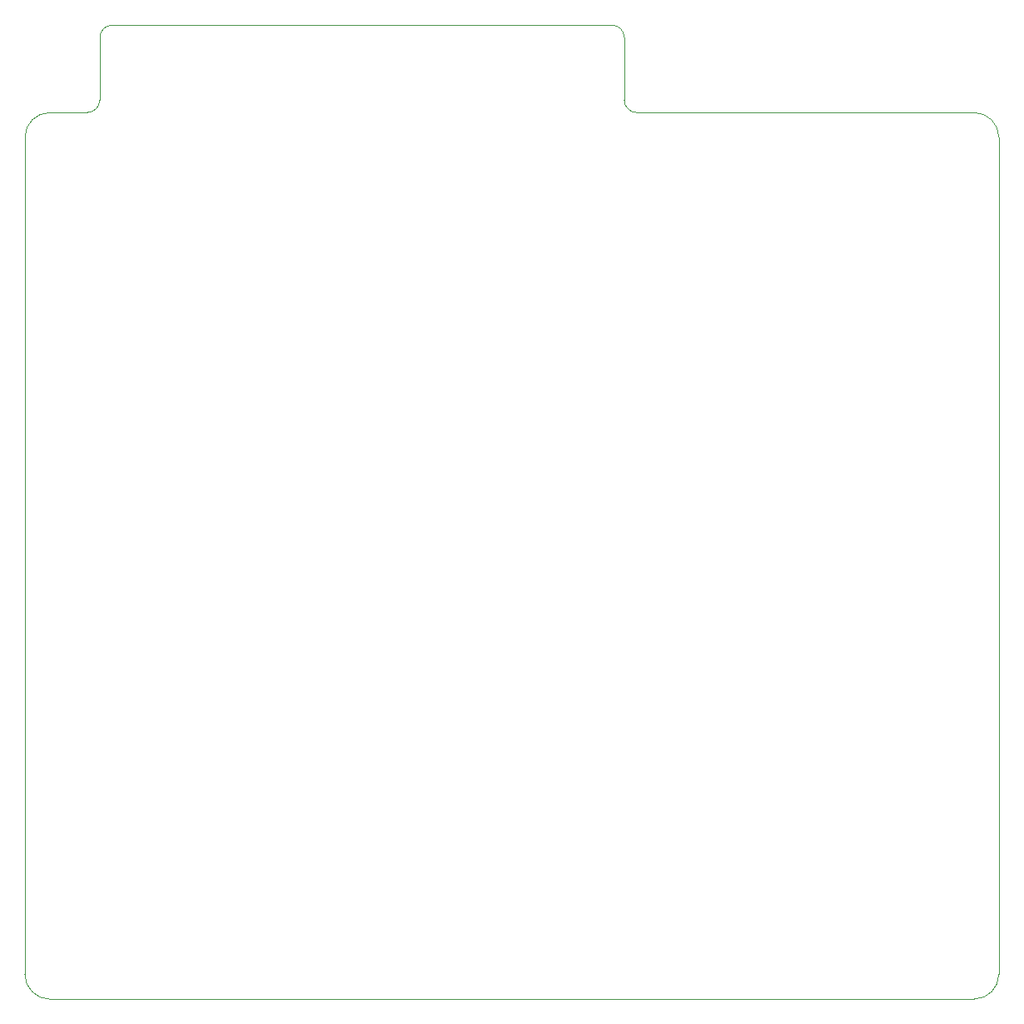
<source format=gbr>
%TF.GenerationSoftware,KiCad,Pcbnew,8.0.5*%
%TF.CreationDate,2025-08-25T13:08:50+09:00*%
%TF.ProjectId,TangConsoleDCJ11MEM,54616e67-436f-46e7-936f-6c6544434a31,rev?*%
%TF.SameCoordinates,Original*%
%TF.FileFunction,Profile,NP*%
%FSLAX46Y46*%
G04 Gerber Fmt 4.6, Leading zero omitted, Abs format (unit mm)*
G04 Created by KiCad (PCBNEW 8.0.5) date 2025-08-25 13:08:50*
%MOMM*%
%LPD*%
G01*
G04 APERTURE LIST*
%TA.AperFunction,Profile*%
%ADD10C,0.100000*%
%TD*%
G04 APERTURE END LIST*
D10*
X6350000Y-8890000D02*
X2540000Y-8890000D01*
X96520000Y-8890000D02*
X62230000Y-8890000D01*
X8890000Y0D02*
X59690000Y0D01*
X7620000Y-7620000D02*
X7620000Y-1270000D01*
X2540000Y-99060000D02*
G75*
G02*
X0Y-96520000I0J2540000D01*
G01*
X96520000Y-8890000D02*
G75*
G02*
X99060000Y-11430000I0J-2540000D01*
G01*
X7620000Y-7620000D02*
G75*
G02*
X6350000Y-8890000I-1270000J0D01*
G01*
X99060000Y-11430000D02*
X99060000Y-96520000D01*
X0Y-11430000D02*
G75*
G02*
X2540000Y-8890000I2540000J0D01*
G01*
X0Y-96520000D02*
X0Y-11430000D01*
X99060000Y-96520000D02*
G75*
G02*
X96520000Y-99060000I-2540000J0D01*
G01*
X7620000Y-1270000D02*
G75*
G02*
X8890000Y0I1270000J0D01*
G01*
X96520000Y-99060000D02*
X2540000Y-99060000D01*
X59690000Y0D02*
G75*
G02*
X60960000Y-1270000I0J-1270000D01*
G01*
X62230000Y-8890000D02*
G75*
G02*
X60960000Y-7620000I0J1270000D01*
G01*
X60960000Y-7620000D02*
X60960000Y-1270000D01*
M02*

</source>
